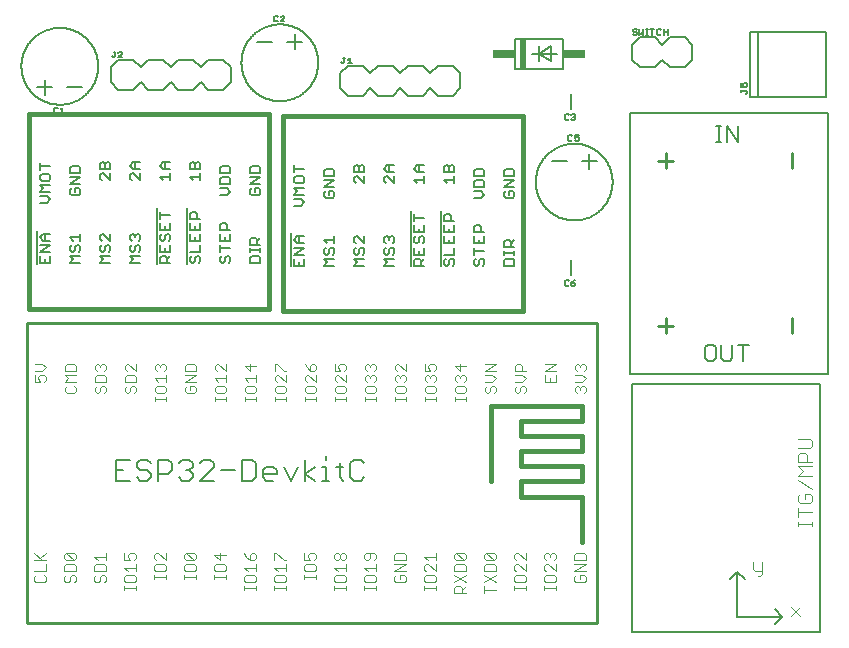
<source format=gto>
G04 EAGLE Gerber RS-274X export*
G75*
%MOMM*%
%FSLAX34Y34*%
%LPD*%
%INTop Silkscreen*%
%IPPOS*%
%AMOC8*
5,1,8,0,0,1.08239X$1,22.5*%
G01*
%ADD10C,0.203200*%
%ADD11C,0.127000*%
%ADD12C,0.406400*%
%ADD13C,0.076200*%
%ADD14C,0.152400*%
%ADD15C,0.254000*%
%ADD16C,0.101600*%
%ADD17R,0.508000X2.540000*%
%ADD18R,1.905000X0.762000*%


D10*
X377650Y514600D02*
X390350Y514600D01*
X396700Y508250D01*
X396700Y495550D02*
X390350Y489200D01*
X352250Y514600D02*
X345900Y508250D01*
X352250Y514600D02*
X364950Y514600D01*
X371300Y508250D01*
X371300Y495550D02*
X364950Y489200D01*
X352250Y489200D01*
X345900Y495550D01*
X371300Y508250D02*
X377650Y514600D01*
X371300Y495550D02*
X377650Y489200D01*
X390350Y489200D01*
X314150Y514600D02*
X301450Y514600D01*
X314150Y514600D02*
X320500Y508250D01*
X320500Y495550D02*
X314150Y489200D01*
X320500Y508250D02*
X326850Y514600D01*
X339550Y514600D01*
X345900Y508250D01*
X345900Y495550D02*
X339550Y489200D01*
X326850Y489200D01*
X320500Y495550D01*
X295100Y495550D02*
X295100Y508250D01*
X301450Y514600D01*
X295100Y495550D02*
X301450Y489200D01*
X314150Y489200D01*
X396700Y495550D02*
X396700Y508250D01*
D11*
X296540Y516505D02*
X295735Y517310D01*
X296540Y516505D02*
X297345Y516505D01*
X298150Y517310D01*
X298150Y521335D01*
X297345Y521335D02*
X298955Y521335D01*
X301348Y519725D02*
X302958Y521335D01*
X302958Y516505D01*
X301348Y516505D02*
X304568Y516505D01*
D10*
X196050Y519600D02*
X183350Y519600D01*
X196050Y519600D02*
X202400Y513250D01*
X202400Y500550D02*
X196050Y494200D01*
X157950Y519600D02*
X151600Y513250D01*
X157950Y519600D02*
X170650Y519600D01*
X177000Y513250D01*
X177000Y500550D02*
X170650Y494200D01*
X157950Y494200D01*
X151600Y500550D01*
X177000Y513250D02*
X183350Y519600D01*
X177000Y500550D02*
X183350Y494200D01*
X196050Y494200D01*
X119850Y519600D02*
X107150Y519600D01*
X119850Y519600D02*
X126200Y513250D01*
X126200Y500550D02*
X119850Y494200D01*
X126200Y513250D02*
X132550Y519600D01*
X145250Y519600D01*
X151600Y513250D01*
X151600Y500550D02*
X145250Y494200D01*
X132550Y494200D01*
X126200Y500550D01*
X100800Y500550D02*
X100800Y513250D01*
X107150Y519600D01*
X100800Y500550D02*
X107150Y494200D01*
X119850Y494200D01*
X202400Y500550D02*
X202400Y513250D01*
D11*
X102240Y521505D02*
X101435Y522310D01*
X102240Y521505D02*
X103045Y521505D01*
X103850Y522310D01*
X103850Y526335D01*
X103045Y526335D02*
X104655Y526335D01*
X107048Y521505D02*
X110268Y521505D01*
X107048Y521505D02*
X110268Y524725D01*
X110268Y525530D01*
X109463Y526335D01*
X107853Y526335D01*
X107048Y525530D01*
D12*
X246200Y471650D02*
X246200Y306550D01*
X246200Y471650D02*
X449400Y471650D01*
X449400Y306550D01*
X246200Y306550D01*
D11*
X281117Y345285D02*
X290015Y345285D01*
X284083Y348251D02*
X281117Y345285D01*
X284083Y348251D02*
X281117Y351217D01*
X290015Y351217D01*
X281117Y359089D02*
X282600Y360572D01*
X281117Y359089D02*
X281117Y356123D01*
X282600Y354640D01*
X284083Y354640D01*
X285566Y356123D01*
X285566Y359089D01*
X287049Y360572D01*
X288532Y360572D01*
X290015Y359089D01*
X290015Y356123D01*
X288532Y354640D01*
X284083Y363995D02*
X281117Y366961D01*
X290015Y366961D01*
X290015Y363995D02*
X290015Y369927D01*
X306517Y345285D02*
X315415Y345285D01*
X309483Y348251D02*
X306517Y345285D01*
X309483Y348251D02*
X306517Y351217D01*
X315415Y351217D01*
X306517Y359089D02*
X308000Y360572D01*
X306517Y359089D02*
X306517Y356123D01*
X308000Y354640D01*
X309483Y354640D01*
X310966Y356123D01*
X310966Y359089D01*
X312449Y360572D01*
X313932Y360572D01*
X315415Y359089D01*
X315415Y356123D01*
X313932Y354640D01*
X315415Y363995D02*
X315415Y369927D01*
X315415Y363995D02*
X309483Y369927D01*
X308000Y369927D01*
X306517Y368444D01*
X306517Y365478D01*
X308000Y363995D01*
X331917Y345285D02*
X340815Y345285D01*
X334883Y348251D02*
X331917Y345285D01*
X334883Y348251D02*
X331917Y351217D01*
X340815Y351217D01*
X331917Y359089D02*
X333400Y360572D01*
X331917Y359089D02*
X331917Y356123D01*
X333400Y354640D01*
X334883Y354640D01*
X336366Y356123D01*
X336366Y359089D01*
X337849Y360572D01*
X339332Y360572D01*
X340815Y359089D01*
X340815Y356123D01*
X339332Y354640D01*
X333400Y363995D02*
X331917Y365478D01*
X331917Y368444D01*
X333400Y369927D01*
X334883Y369927D01*
X336366Y368444D01*
X336366Y366961D01*
X336366Y368444D02*
X337849Y369927D01*
X339332Y369927D01*
X340815Y368444D01*
X340815Y365478D01*
X339332Y363995D01*
X354785Y344650D02*
X354785Y391426D01*
X357317Y345285D02*
X366215Y345285D01*
X357317Y345285D02*
X357317Y349734D01*
X358800Y351217D01*
X361766Y351217D01*
X363249Y349734D01*
X363249Y345285D01*
X363249Y348251D02*
X366215Y351217D01*
X357317Y354640D02*
X357317Y360572D01*
X357317Y354640D02*
X366215Y354640D01*
X366215Y360572D01*
X361766Y357606D02*
X361766Y354640D01*
X357317Y368444D02*
X358800Y369927D01*
X357317Y368444D02*
X357317Y365478D01*
X358800Y363995D01*
X360283Y363995D01*
X361766Y365478D01*
X361766Y368444D01*
X363249Y369927D01*
X364732Y369927D01*
X366215Y368444D01*
X366215Y365478D01*
X364732Y363995D01*
X357317Y373351D02*
X357317Y379282D01*
X357317Y373351D02*
X366215Y373351D01*
X366215Y379282D01*
X361766Y376316D02*
X361766Y373351D01*
X366215Y385672D02*
X357317Y385672D01*
X357317Y388637D02*
X357317Y382706D01*
X380185Y391426D02*
X380185Y344650D01*
X382717Y349734D02*
X384200Y351217D01*
X382717Y349734D02*
X382717Y346768D01*
X384200Y345285D01*
X385683Y345285D01*
X387166Y346768D01*
X387166Y349734D01*
X388649Y351217D01*
X390132Y351217D01*
X391615Y349734D01*
X391615Y346768D01*
X390132Y345285D01*
X391615Y354640D02*
X382717Y354640D01*
X391615Y354640D02*
X391615Y360572D01*
X382717Y363995D02*
X382717Y369927D01*
X382717Y363995D02*
X391615Y363995D01*
X391615Y369927D01*
X387166Y366961D02*
X387166Y363995D01*
X382717Y373351D02*
X382717Y379282D01*
X382717Y373351D02*
X391615Y373351D01*
X391615Y379282D01*
X387166Y376316D02*
X387166Y373351D01*
X391615Y382706D02*
X382717Y382706D01*
X382717Y387155D01*
X384200Y388637D01*
X387166Y388637D01*
X388649Y387155D01*
X388649Y382706D01*
X409600Y351217D02*
X408117Y349734D01*
X408117Y346768D01*
X409600Y345285D01*
X411083Y345285D01*
X412566Y346768D01*
X412566Y349734D01*
X414049Y351217D01*
X415532Y351217D01*
X417015Y349734D01*
X417015Y346768D01*
X415532Y345285D01*
X417015Y357606D02*
X408117Y357606D01*
X408117Y354640D02*
X408117Y360572D01*
X408117Y363995D02*
X408117Y369927D01*
X408117Y363995D02*
X417015Y363995D01*
X417015Y369927D01*
X412566Y366961D02*
X412566Y363995D01*
X417015Y373351D02*
X408117Y373351D01*
X408117Y377799D01*
X409600Y379282D01*
X412566Y379282D01*
X414049Y377799D01*
X414049Y373351D01*
X433517Y345285D02*
X442415Y345285D01*
X442415Y349734D01*
X440932Y351217D01*
X435000Y351217D01*
X433517Y349734D01*
X433517Y345285D01*
X442415Y354640D02*
X442415Y357606D01*
X442415Y356123D02*
X433517Y356123D01*
X433517Y354640D02*
X433517Y357606D01*
X433517Y360877D02*
X442415Y360877D01*
X433517Y360877D02*
X433517Y365326D01*
X435000Y366809D01*
X437966Y366809D01*
X439449Y365326D01*
X439449Y360877D01*
X439449Y363843D02*
X442415Y366809D01*
X253185Y372716D02*
X253185Y344650D01*
X255717Y345285D02*
X255717Y351217D01*
X255717Y345285D02*
X264615Y345285D01*
X264615Y351217D01*
X260166Y348251D02*
X260166Y345285D01*
X264615Y354640D02*
X255717Y354640D01*
X264615Y360572D01*
X255717Y360572D01*
X258683Y363995D02*
X264615Y363995D01*
X258683Y363995D02*
X255717Y366961D01*
X258683Y369927D01*
X264615Y369927D01*
X260166Y369927D02*
X260166Y363995D01*
X261649Y396085D02*
X255717Y396085D01*
X261649Y396085D02*
X264615Y399051D01*
X261649Y402017D01*
X255717Y402017D01*
X255717Y405440D02*
X264615Y405440D01*
X258683Y408406D02*
X255717Y405440D01*
X258683Y408406D02*
X255717Y411372D01*
X264615Y411372D01*
X255717Y416278D02*
X255717Y419244D01*
X255717Y416278D02*
X257200Y414795D01*
X263132Y414795D01*
X264615Y416278D01*
X264615Y419244D01*
X263132Y420727D01*
X257200Y420727D01*
X255717Y419244D01*
X255717Y427116D02*
X264615Y427116D01*
X255717Y424151D02*
X255717Y430082D01*
X281117Y406884D02*
X282600Y408367D01*
X281117Y406884D02*
X281117Y403918D01*
X282600Y402435D01*
X288532Y402435D01*
X290015Y403918D01*
X290015Y406884D01*
X288532Y408367D01*
X285566Y408367D01*
X285566Y405401D01*
X290015Y411790D02*
X281117Y411790D01*
X290015Y417722D01*
X281117Y417722D01*
X281117Y421145D02*
X290015Y421145D01*
X290015Y425594D01*
X288532Y427077D01*
X282600Y427077D01*
X281117Y425594D01*
X281117Y421145D01*
X433517Y406884D02*
X435000Y408367D01*
X433517Y406884D02*
X433517Y403918D01*
X435000Y402435D01*
X440932Y402435D01*
X442415Y403918D01*
X442415Y406884D01*
X440932Y408367D01*
X437966Y408367D01*
X437966Y405401D01*
X442415Y411790D02*
X433517Y411790D01*
X442415Y417722D01*
X433517Y417722D01*
X433517Y421145D02*
X442415Y421145D01*
X442415Y425594D01*
X440932Y427077D01*
X435000Y427077D01*
X433517Y425594D01*
X433517Y421145D01*
X414049Y402435D02*
X408117Y402435D01*
X414049Y402435D02*
X417015Y405401D01*
X414049Y408367D01*
X408117Y408367D01*
X408117Y411790D02*
X417015Y411790D01*
X417015Y416239D01*
X415532Y417722D01*
X409600Y417722D01*
X408117Y416239D01*
X408117Y411790D01*
X408117Y421145D02*
X417015Y421145D01*
X417015Y425594D01*
X415532Y427077D01*
X409600Y427077D01*
X408117Y425594D01*
X408117Y421145D01*
X340815Y421067D02*
X340815Y415135D01*
X334883Y421067D01*
X333400Y421067D01*
X331917Y419584D01*
X331917Y416618D01*
X333400Y415135D01*
X334883Y424490D02*
X340815Y424490D01*
X334883Y424490D02*
X331917Y427456D01*
X334883Y430422D01*
X340815Y430422D01*
X336366Y430422D02*
X336366Y424490D01*
X357317Y418101D02*
X360283Y415135D01*
X357317Y418101D02*
X366215Y418101D01*
X366215Y415135D02*
X366215Y421067D01*
X366215Y424490D02*
X360283Y424490D01*
X357317Y427456D01*
X360283Y430422D01*
X366215Y430422D01*
X361766Y430422D02*
X361766Y424490D01*
X382717Y418101D02*
X385683Y415135D01*
X382717Y418101D02*
X391615Y418101D01*
X391615Y415135D02*
X391615Y421067D01*
X391615Y424490D02*
X382717Y424490D01*
X382717Y428939D01*
X384200Y430422D01*
X385683Y430422D01*
X387166Y428939D01*
X388649Y430422D01*
X390132Y430422D01*
X391615Y428939D01*
X391615Y424490D01*
X387166Y424490D02*
X387166Y428939D01*
X315415Y421067D02*
X315415Y415135D01*
X309483Y421067D01*
X308000Y421067D01*
X306517Y419584D01*
X306517Y416618D01*
X308000Y415135D01*
X306517Y424490D02*
X315415Y424490D01*
X306517Y424490D02*
X306517Y428939D01*
X308000Y430422D01*
X309483Y430422D01*
X310966Y428939D01*
X312449Y430422D01*
X313932Y430422D01*
X315415Y428939D01*
X315415Y424490D01*
X310966Y424490D02*
X310966Y428939D01*
D12*
X31200Y473850D02*
X31200Y308750D01*
X31200Y473850D02*
X234400Y473850D01*
X234400Y308750D01*
X31200Y308750D01*
D11*
X66117Y347485D02*
X75015Y347485D01*
X69083Y350451D02*
X66117Y347485D01*
X69083Y350451D02*
X66117Y353417D01*
X75015Y353417D01*
X66117Y361289D02*
X67600Y362772D01*
X66117Y361289D02*
X66117Y358323D01*
X67600Y356840D01*
X69083Y356840D01*
X70566Y358323D01*
X70566Y361289D01*
X72049Y362772D01*
X73532Y362772D01*
X75015Y361289D01*
X75015Y358323D01*
X73532Y356840D01*
X69083Y366195D02*
X66117Y369161D01*
X75015Y369161D01*
X75015Y366195D02*
X75015Y372127D01*
X91517Y347485D02*
X100415Y347485D01*
X94483Y350451D02*
X91517Y347485D01*
X94483Y350451D02*
X91517Y353417D01*
X100415Y353417D01*
X91517Y361289D02*
X93000Y362772D01*
X91517Y361289D02*
X91517Y358323D01*
X93000Y356840D01*
X94483Y356840D01*
X95966Y358323D01*
X95966Y361289D01*
X97449Y362772D01*
X98932Y362772D01*
X100415Y361289D01*
X100415Y358323D01*
X98932Y356840D01*
X100415Y366195D02*
X100415Y372127D01*
X100415Y366195D02*
X94483Y372127D01*
X93000Y372127D01*
X91517Y370644D01*
X91517Y367678D01*
X93000Y366195D01*
X116917Y347485D02*
X125815Y347485D01*
X119883Y350451D02*
X116917Y347485D01*
X119883Y350451D02*
X116917Y353417D01*
X125815Y353417D01*
X116917Y361289D02*
X118400Y362772D01*
X116917Y361289D02*
X116917Y358323D01*
X118400Y356840D01*
X119883Y356840D01*
X121366Y358323D01*
X121366Y361289D01*
X122849Y362772D01*
X124332Y362772D01*
X125815Y361289D01*
X125815Y358323D01*
X124332Y356840D01*
X118400Y366195D02*
X116917Y367678D01*
X116917Y370644D01*
X118400Y372127D01*
X119883Y372127D01*
X121366Y370644D01*
X121366Y369161D01*
X121366Y370644D02*
X122849Y372127D01*
X124332Y372127D01*
X125815Y370644D01*
X125815Y367678D01*
X124332Y366195D01*
X139785Y346850D02*
X139785Y393626D01*
X142317Y347485D02*
X151215Y347485D01*
X142317Y347485D02*
X142317Y351934D01*
X143800Y353417D01*
X146766Y353417D01*
X148249Y351934D01*
X148249Y347485D01*
X148249Y350451D02*
X151215Y353417D01*
X142317Y356840D02*
X142317Y362772D01*
X142317Y356840D02*
X151215Y356840D01*
X151215Y362772D01*
X146766Y359806D02*
X146766Y356840D01*
X142317Y370644D02*
X143800Y372127D01*
X142317Y370644D02*
X142317Y367678D01*
X143800Y366195D01*
X145283Y366195D01*
X146766Y367678D01*
X146766Y370644D01*
X148249Y372127D01*
X149732Y372127D01*
X151215Y370644D01*
X151215Y367678D01*
X149732Y366195D01*
X142317Y375551D02*
X142317Y381482D01*
X142317Y375551D02*
X151215Y375551D01*
X151215Y381482D01*
X146766Y378516D02*
X146766Y375551D01*
X151215Y387872D02*
X142317Y387872D01*
X142317Y390837D02*
X142317Y384906D01*
X165185Y393626D02*
X165185Y346850D01*
X167717Y351934D02*
X169200Y353417D01*
X167717Y351934D02*
X167717Y348968D01*
X169200Y347485D01*
X170683Y347485D01*
X172166Y348968D01*
X172166Y351934D01*
X173649Y353417D01*
X175132Y353417D01*
X176615Y351934D01*
X176615Y348968D01*
X175132Y347485D01*
X176615Y356840D02*
X167717Y356840D01*
X176615Y356840D02*
X176615Y362772D01*
X167717Y366195D02*
X167717Y372127D01*
X167717Y366195D02*
X176615Y366195D01*
X176615Y372127D01*
X172166Y369161D02*
X172166Y366195D01*
X167717Y375551D02*
X167717Y381482D01*
X167717Y375551D02*
X176615Y375551D01*
X176615Y381482D01*
X172166Y378516D02*
X172166Y375551D01*
X176615Y384906D02*
X167717Y384906D01*
X167717Y389355D01*
X169200Y390837D01*
X172166Y390837D01*
X173649Y389355D01*
X173649Y384906D01*
X194600Y353417D02*
X193117Y351934D01*
X193117Y348968D01*
X194600Y347485D01*
X196083Y347485D01*
X197566Y348968D01*
X197566Y351934D01*
X199049Y353417D01*
X200532Y353417D01*
X202015Y351934D01*
X202015Y348968D01*
X200532Y347485D01*
X202015Y359806D02*
X193117Y359806D01*
X193117Y356840D02*
X193117Y362772D01*
X193117Y366195D02*
X193117Y372127D01*
X193117Y366195D02*
X202015Y366195D01*
X202015Y372127D01*
X197566Y369161D02*
X197566Y366195D01*
X202015Y375551D02*
X193117Y375551D01*
X193117Y379999D01*
X194600Y381482D01*
X197566Y381482D01*
X199049Y379999D01*
X199049Y375551D01*
X218517Y347485D02*
X227415Y347485D01*
X227415Y351934D01*
X225932Y353417D01*
X220000Y353417D01*
X218517Y351934D01*
X218517Y347485D01*
X227415Y356840D02*
X227415Y359806D01*
X227415Y358323D02*
X218517Y358323D01*
X218517Y356840D02*
X218517Y359806D01*
X218517Y363077D02*
X227415Y363077D01*
X218517Y363077D02*
X218517Y367526D01*
X220000Y369009D01*
X222966Y369009D01*
X224449Y367526D01*
X224449Y363077D01*
X224449Y366043D02*
X227415Y369009D01*
X38185Y374916D02*
X38185Y346850D01*
X40717Y347485D02*
X40717Y353417D01*
X40717Y347485D02*
X49615Y347485D01*
X49615Y353417D01*
X45166Y350451D02*
X45166Y347485D01*
X49615Y356840D02*
X40717Y356840D01*
X49615Y362772D01*
X40717Y362772D01*
X43683Y366195D02*
X49615Y366195D01*
X43683Y366195D02*
X40717Y369161D01*
X43683Y372127D01*
X49615Y372127D01*
X45166Y372127D02*
X45166Y366195D01*
X46649Y398285D02*
X40717Y398285D01*
X46649Y398285D02*
X49615Y401251D01*
X46649Y404217D01*
X40717Y404217D01*
X40717Y407640D02*
X49615Y407640D01*
X43683Y410606D02*
X40717Y407640D01*
X43683Y410606D02*
X40717Y413572D01*
X49615Y413572D01*
X40717Y418478D02*
X40717Y421444D01*
X40717Y418478D02*
X42200Y416995D01*
X48132Y416995D01*
X49615Y418478D01*
X49615Y421444D01*
X48132Y422927D01*
X42200Y422927D01*
X40717Y421444D01*
X40717Y429316D02*
X49615Y429316D01*
X40717Y426351D02*
X40717Y432282D01*
X66117Y409084D02*
X67600Y410567D01*
X66117Y409084D02*
X66117Y406118D01*
X67600Y404635D01*
X73532Y404635D01*
X75015Y406118D01*
X75015Y409084D01*
X73532Y410567D01*
X70566Y410567D01*
X70566Y407601D01*
X75015Y413990D02*
X66117Y413990D01*
X75015Y419922D01*
X66117Y419922D01*
X66117Y423345D02*
X75015Y423345D01*
X75015Y427794D01*
X73532Y429277D01*
X67600Y429277D01*
X66117Y427794D01*
X66117Y423345D01*
X218517Y409084D02*
X220000Y410567D01*
X218517Y409084D02*
X218517Y406118D01*
X220000Y404635D01*
X225932Y404635D01*
X227415Y406118D01*
X227415Y409084D01*
X225932Y410567D01*
X222966Y410567D01*
X222966Y407601D01*
X227415Y413990D02*
X218517Y413990D01*
X227415Y419922D01*
X218517Y419922D01*
X218517Y423345D02*
X227415Y423345D01*
X227415Y427794D01*
X225932Y429277D01*
X220000Y429277D01*
X218517Y427794D01*
X218517Y423345D01*
X199049Y404635D02*
X193117Y404635D01*
X199049Y404635D02*
X202015Y407601D01*
X199049Y410567D01*
X193117Y410567D01*
X193117Y413990D02*
X202015Y413990D01*
X202015Y418439D01*
X200532Y419922D01*
X194600Y419922D01*
X193117Y418439D01*
X193117Y413990D01*
X193117Y423345D02*
X202015Y423345D01*
X202015Y427794D01*
X200532Y429277D01*
X194600Y429277D01*
X193117Y427794D01*
X193117Y423345D01*
X125815Y423267D02*
X125815Y417335D01*
X119883Y423267D01*
X118400Y423267D01*
X116917Y421784D01*
X116917Y418818D01*
X118400Y417335D01*
X119883Y426690D02*
X125815Y426690D01*
X119883Y426690D02*
X116917Y429656D01*
X119883Y432622D01*
X125815Y432622D01*
X121366Y432622D02*
X121366Y426690D01*
X142317Y420301D02*
X145283Y417335D01*
X142317Y420301D02*
X151215Y420301D01*
X151215Y417335D02*
X151215Y423267D01*
X151215Y426690D02*
X145283Y426690D01*
X142317Y429656D01*
X145283Y432622D01*
X151215Y432622D01*
X146766Y432622D02*
X146766Y426690D01*
X167717Y420301D02*
X170683Y417335D01*
X167717Y420301D02*
X176615Y420301D01*
X176615Y417335D02*
X176615Y423267D01*
X176615Y426690D02*
X167717Y426690D01*
X167717Y431139D01*
X169200Y432622D01*
X170683Y432622D01*
X172166Y431139D01*
X173649Y432622D01*
X175132Y432622D01*
X176615Y431139D01*
X176615Y426690D01*
X172166Y426690D02*
X172166Y431139D01*
X100415Y423267D02*
X100415Y417335D01*
X94483Y423267D01*
X93000Y423267D01*
X91517Y421784D01*
X91517Y418818D01*
X93000Y417335D01*
X91517Y426690D02*
X100415Y426690D01*
X91517Y426690D02*
X91517Y431139D01*
X93000Y432622D01*
X94483Y432622D01*
X95966Y431139D01*
X97449Y432622D01*
X98932Y432622D01*
X100415Y431139D01*
X100415Y426690D01*
X95966Y426690D02*
X95966Y431139D01*
D12*
X499500Y149700D02*
X499500Y111300D01*
X499500Y149700D02*
X448300Y149700D01*
X448300Y162500D01*
X499500Y162500D01*
X499500Y175300D01*
X448300Y175300D01*
X448300Y188100D01*
X499500Y188100D01*
X499500Y200900D01*
X448300Y200900D01*
X448300Y213700D01*
X499500Y213700D01*
X499500Y226500D01*
X422700Y226500D01*
X422700Y162500D01*
D13*
X495041Y237215D02*
X493473Y238783D01*
X493473Y241918D01*
X495041Y243486D01*
X496608Y243486D01*
X498176Y241918D01*
X498176Y240351D01*
X498176Y241918D02*
X499744Y243486D01*
X501311Y243486D01*
X502879Y241918D01*
X502879Y238783D01*
X501311Y237215D01*
X499744Y246571D02*
X493473Y246571D01*
X499744Y246571D02*
X502879Y249706D01*
X499744Y252841D01*
X493473Y252841D01*
X495041Y255926D02*
X493473Y257493D01*
X493473Y260629D01*
X495041Y262197D01*
X496608Y262197D01*
X498176Y260629D01*
X498176Y259061D01*
X498176Y260629D02*
X499744Y262197D01*
X501311Y262197D01*
X502879Y260629D01*
X502879Y257493D01*
X501311Y255926D01*
X468073Y252841D02*
X468073Y246571D01*
X477479Y246571D01*
X477479Y252841D01*
X472776Y249706D02*
X472776Y246571D01*
X477479Y255926D02*
X468073Y255926D01*
X477479Y262197D01*
X468073Y262197D01*
X444241Y243486D02*
X442673Y241918D01*
X442673Y238783D01*
X444241Y237215D01*
X445808Y237215D01*
X447376Y238783D01*
X447376Y241918D01*
X448944Y243486D01*
X450511Y243486D01*
X452079Y241918D01*
X452079Y238783D01*
X450511Y237215D01*
X448944Y246571D02*
X442673Y246571D01*
X448944Y246571D02*
X452079Y249706D01*
X448944Y252841D01*
X442673Y252841D01*
X442673Y255926D02*
X452079Y255926D01*
X442673Y255926D02*
X442673Y260629D01*
X444241Y262197D01*
X447376Y262197D01*
X448944Y260629D01*
X448944Y255926D01*
X418841Y243486D02*
X417273Y241918D01*
X417273Y238783D01*
X418841Y237215D01*
X420408Y237215D01*
X421976Y238783D01*
X421976Y241918D01*
X423544Y243486D01*
X425111Y243486D01*
X426679Y241918D01*
X426679Y238783D01*
X425111Y237215D01*
X423544Y246571D02*
X417273Y246571D01*
X423544Y246571D02*
X426679Y249706D01*
X423544Y252841D01*
X417273Y252841D01*
X417273Y255926D02*
X426679Y255926D01*
X426679Y262197D02*
X417273Y255926D01*
X417273Y262197D02*
X426679Y262197D01*
X401279Y234114D02*
X401279Y230979D01*
X401279Y232546D02*
X391873Y232546D01*
X391873Y230979D02*
X391873Y234114D01*
X391873Y238783D02*
X391873Y241918D01*
X391873Y238783D02*
X393441Y237215D01*
X399711Y237215D01*
X401279Y238783D01*
X401279Y241918D01*
X399711Y243486D01*
X393441Y243486D01*
X391873Y241918D01*
X393441Y246571D02*
X391873Y248138D01*
X391873Y251274D01*
X393441Y252841D01*
X395008Y252841D01*
X396576Y251274D01*
X396576Y249706D01*
X396576Y251274D02*
X398144Y252841D01*
X399711Y252841D01*
X401279Y251274D01*
X401279Y248138D01*
X399711Y246571D01*
X401279Y260629D02*
X391873Y260629D01*
X396576Y255926D01*
X396576Y262196D01*
X375879Y234114D02*
X375879Y230979D01*
X375879Y232546D02*
X366473Y232546D01*
X366473Y230979D02*
X366473Y234114D01*
X366473Y238783D02*
X366473Y241918D01*
X366473Y238783D02*
X368041Y237215D01*
X374311Y237215D01*
X375879Y238783D01*
X375879Y241918D01*
X374311Y243486D01*
X368041Y243486D01*
X366473Y241918D01*
X368041Y246571D02*
X366473Y248138D01*
X366473Y251274D01*
X368041Y252841D01*
X369608Y252841D01*
X371176Y251274D01*
X371176Y249706D01*
X371176Y251274D02*
X372744Y252841D01*
X374311Y252841D01*
X375879Y251274D01*
X375879Y248138D01*
X374311Y246571D01*
X366473Y255926D02*
X366473Y262196D01*
X366473Y255926D02*
X371176Y255926D01*
X369608Y259061D01*
X369608Y260629D01*
X371176Y262196D01*
X374311Y262196D01*
X375879Y260629D01*
X375879Y257493D01*
X374311Y255926D01*
X350479Y234114D02*
X350479Y230979D01*
X350479Y232546D02*
X341073Y232546D01*
X341073Y230979D02*
X341073Y234114D01*
X341073Y238783D02*
X341073Y241918D01*
X341073Y238783D02*
X342641Y237215D01*
X348911Y237215D01*
X350479Y238783D01*
X350479Y241918D01*
X348911Y243486D01*
X342641Y243486D01*
X341073Y241918D01*
X342641Y246571D02*
X341073Y248138D01*
X341073Y251274D01*
X342641Y252841D01*
X344208Y252841D01*
X345776Y251274D01*
X345776Y249706D01*
X345776Y251274D02*
X347344Y252841D01*
X348911Y252841D01*
X350479Y251274D01*
X350479Y248138D01*
X348911Y246571D01*
X350479Y255926D02*
X350479Y262196D01*
X350479Y255926D02*
X344208Y262196D01*
X342641Y262196D01*
X341073Y260629D01*
X341073Y257493D01*
X342641Y255926D01*
X325079Y234114D02*
X325079Y230979D01*
X325079Y232546D02*
X315673Y232546D01*
X315673Y230979D02*
X315673Y234114D01*
X315673Y238783D02*
X315673Y241918D01*
X315673Y238783D02*
X317241Y237215D01*
X323511Y237215D01*
X325079Y238783D01*
X325079Y241918D01*
X323511Y243486D01*
X317241Y243486D01*
X315673Y241918D01*
X317241Y246571D02*
X315673Y248138D01*
X315673Y251274D01*
X317241Y252841D01*
X318808Y252841D01*
X320376Y251274D01*
X320376Y249706D01*
X320376Y251274D02*
X321944Y252841D01*
X323511Y252841D01*
X325079Y251274D01*
X325079Y248138D01*
X323511Y246571D01*
X317241Y255926D02*
X315673Y257493D01*
X315673Y260629D01*
X317241Y262196D01*
X318808Y262196D01*
X320376Y260629D01*
X320376Y259061D01*
X320376Y260629D02*
X321944Y262196D01*
X323511Y262196D01*
X325079Y260629D01*
X325079Y257493D01*
X323511Y255926D01*
X299679Y234114D02*
X299679Y230979D01*
X299679Y232546D02*
X290273Y232546D01*
X290273Y230979D02*
X290273Y234114D01*
X290273Y238783D02*
X290273Y241918D01*
X290273Y238783D02*
X291841Y237215D01*
X298111Y237215D01*
X299679Y238783D01*
X299679Y241918D01*
X298111Y243486D01*
X291841Y243486D01*
X290273Y241918D01*
X299679Y246571D02*
X299679Y252841D01*
X299679Y246571D02*
X293408Y252841D01*
X291841Y252841D01*
X290273Y251274D01*
X290273Y248138D01*
X291841Y246571D01*
X290273Y255926D02*
X290273Y262196D01*
X290273Y255926D02*
X294976Y255926D01*
X293408Y259061D01*
X293408Y260629D01*
X294976Y262196D01*
X298111Y262196D01*
X299679Y260629D01*
X299679Y257493D01*
X298111Y255926D01*
X274279Y234114D02*
X274279Y230979D01*
X274279Y232546D02*
X264873Y232546D01*
X264873Y230979D02*
X264873Y234114D01*
X264873Y238783D02*
X264873Y241918D01*
X264873Y238783D02*
X266441Y237215D01*
X272711Y237215D01*
X274279Y238783D01*
X274279Y241918D01*
X272711Y243486D01*
X266441Y243486D01*
X264873Y241918D01*
X274279Y246571D02*
X274279Y252841D01*
X274279Y246571D02*
X268008Y252841D01*
X266441Y252841D01*
X264873Y251274D01*
X264873Y248138D01*
X266441Y246571D01*
X266441Y259061D02*
X264873Y262196D01*
X266441Y259061D02*
X269576Y255926D01*
X272711Y255926D01*
X274279Y257493D01*
X274279Y260629D01*
X272711Y262196D01*
X271144Y262196D01*
X269576Y260629D01*
X269576Y255926D01*
X248879Y234114D02*
X248879Y230979D01*
X248879Y232546D02*
X239473Y232546D01*
X239473Y230979D02*
X239473Y234114D01*
X239473Y238783D02*
X239473Y241918D01*
X239473Y238783D02*
X241041Y237215D01*
X247311Y237215D01*
X248879Y238783D01*
X248879Y241918D01*
X247311Y243486D01*
X241041Y243486D01*
X239473Y241918D01*
X248879Y246571D02*
X248879Y252841D01*
X248879Y246571D02*
X242608Y252841D01*
X241041Y252841D01*
X239473Y251274D01*
X239473Y248138D01*
X241041Y246571D01*
X239473Y255926D02*
X239473Y262196D01*
X241041Y262196D01*
X247311Y255926D01*
X248879Y255926D01*
X223479Y234114D02*
X223479Y230979D01*
X223479Y232546D02*
X214073Y232546D01*
X214073Y230979D02*
X214073Y234114D01*
X214073Y238783D02*
X214073Y241918D01*
X214073Y238783D02*
X215641Y237215D01*
X221911Y237215D01*
X223479Y238783D01*
X223479Y241918D01*
X221911Y243486D01*
X215641Y243486D01*
X214073Y241918D01*
X217208Y246571D02*
X214073Y249706D01*
X223479Y249706D01*
X223479Y246571D02*
X223479Y252841D01*
X223479Y260629D02*
X214073Y260629D01*
X218776Y255926D01*
X218776Y262196D01*
X198079Y234114D02*
X198079Y230979D01*
X198079Y232546D02*
X188673Y232546D01*
X188673Y230979D02*
X188673Y234114D01*
X188673Y238783D02*
X188673Y241918D01*
X188673Y238783D02*
X190241Y237215D01*
X196511Y237215D01*
X198079Y238783D01*
X198079Y241918D01*
X196511Y243486D01*
X190241Y243486D01*
X188673Y241918D01*
X191808Y246571D02*
X188673Y249706D01*
X198079Y249706D01*
X198079Y246571D02*
X198079Y252841D01*
X198079Y255926D02*
X198079Y262196D01*
X198079Y255926D02*
X191808Y262196D01*
X190241Y262196D01*
X188673Y260629D01*
X188673Y257493D01*
X190241Y255926D01*
X164841Y243486D02*
X163273Y241918D01*
X163273Y238783D01*
X164841Y237215D01*
X171111Y237215D01*
X172679Y238783D01*
X172679Y241918D01*
X171111Y243486D01*
X167976Y243486D01*
X167976Y240351D01*
X172679Y246571D02*
X163273Y246571D01*
X172679Y252841D01*
X163273Y252841D01*
X163273Y255926D02*
X172679Y255926D01*
X172679Y260629D01*
X171111Y262197D01*
X164841Y262197D01*
X163273Y260629D01*
X163273Y255926D01*
X147279Y234114D02*
X147279Y230979D01*
X147279Y232546D02*
X137873Y232546D01*
X137873Y230979D02*
X137873Y234114D01*
X137873Y238783D02*
X137873Y241918D01*
X137873Y238783D02*
X139441Y237215D01*
X145711Y237215D01*
X147279Y238783D01*
X147279Y241918D01*
X145711Y243486D01*
X139441Y243486D01*
X137873Y241918D01*
X141008Y246571D02*
X137873Y249706D01*
X147279Y249706D01*
X147279Y246571D02*
X147279Y252841D01*
X139441Y255926D02*
X137873Y257493D01*
X137873Y260629D01*
X139441Y262196D01*
X141008Y262196D01*
X142576Y260629D01*
X142576Y259061D01*
X142576Y260629D02*
X144144Y262196D01*
X145711Y262196D01*
X147279Y260629D01*
X147279Y257493D01*
X145711Y255926D01*
X114041Y243486D02*
X112473Y241918D01*
X112473Y238783D01*
X114041Y237215D01*
X115608Y237215D01*
X117176Y238783D01*
X117176Y241918D01*
X118744Y243486D01*
X120311Y243486D01*
X121879Y241918D01*
X121879Y238783D01*
X120311Y237215D01*
X121879Y246571D02*
X112473Y246571D01*
X121879Y246571D02*
X121879Y251274D01*
X120311Y252841D01*
X114041Y252841D01*
X112473Y251274D01*
X112473Y246571D01*
X121879Y255926D02*
X121879Y262197D01*
X121879Y255926D02*
X115608Y262197D01*
X114041Y262197D01*
X112473Y260629D01*
X112473Y257493D01*
X114041Y255926D01*
X88641Y243486D02*
X87073Y241918D01*
X87073Y238783D01*
X88641Y237215D01*
X90208Y237215D01*
X91776Y238783D01*
X91776Y241918D01*
X93344Y243486D01*
X94911Y243486D01*
X96479Y241918D01*
X96479Y238783D01*
X94911Y237215D01*
X96479Y246571D02*
X87073Y246571D01*
X96479Y246571D02*
X96479Y251274D01*
X94911Y252841D01*
X88641Y252841D01*
X87073Y251274D01*
X87073Y246571D01*
X88641Y255926D02*
X87073Y257493D01*
X87073Y260629D01*
X88641Y262197D01*
X90208Y262197D01*
X91776Y260629D01*
X91776Y259061D01*
X91776Y260629D02*
X93344Y262197D01*
X94911Y262197D01*
X96479Y260629D01*
X96479Y257493D01*
X94911Y255926D01*
X63241Y243486D02*
X61673Y241918D01*
X61673Y238783D01*
X63241Y237215D01*
X69511Y237215D01*
X71079Y238783D01*
X71079Y241918D01*
X69511Y243486D01*
X71079Y246571D02*
X61673Y246571D01*
X64808Y249706D01*
X61673Y252841D01*
X71079Y252841D01*
X71079Y255926D02*
X61673Y255926D01*
X71079Y255926D02*
X71079Y260629D01*
X69511Y262197D01*
X63241Y262197D01*
X61673Y260629D01*
X61673Y255926D01*
X36273Y252841D02*
X36273Y246571D01*
X40976Y246571D01*
X39408Y249706D01*
X39408Y251274D01*
X40976Y252841D01*
X44111Y252841D01*
X45679Y251274D01*
X45679Y248138D01*
X44111Y246571D01*
X42544Y255926D02*
X36273Y255926D01*
X42544Y255926D02*
X45679Y259061D01*
X42544Y262197D01*
X36273Y262197D01*
X493273Y81718D02*
X494841Y83286D01*
X493273Y81718D02*
X493273Y78583D01*
X494841Y77015D01*
X501111Y77015D01*
X502679Y78583D01*
X502679Y81718D01*
X501111Y83286D01*
X497976Y83286D01*
X497976Y80151D01*
X502679Y86371D02*
X493273Y86371D01*
X502679Y92641D01*
X493273Y92641D01*
X493273Y95726D02*
X502679Y95726D01*
X502679Y100429D01*
X501111Y101997D01*
X494841Y101997D01*
X493273Y100429D01*
X493273Y95726D01*
X477279Y73914D02*
X477279Y70779D01*
X477279Y72346D02*
X467873Y72346D01*
X467873Y70779D02*
X467873Y73914D01*
X467873Y78583D02*
X467873Y81718D01*
X467873Y78583D02*
X469441Y77015D01*
X475711Y77015D01*
X477279Y78583D01*
X477279Y81718D01*
X475711Y83286D01*
X469441Y83286D01*
X467873Y81718D01*
X477279Y86371D02*
X477279Y92641D01*
X477279Y86371D02*
X471008Y92641D01*
X469441Y92641D01*
X467873Y91074D01*
X467873Y87938D01*
X469441Y86371D01*
X469441Y95726D02*
X467873Y97293D01*
X467873Y100429D01*
X469441Y101996D01*
X471008Y101996D01*
X472576Y100429D01*
X472576Y98861D01*
X472576Y100429D02*
X474144Y101996D01*
X475711Y101996D01*
X477279Y100429D01*
X477279Y97293D01*
X475711Y95726D01*
X451879Y73914D02*
X451879Y70779D01*
X451879Y72346D02*
X442473Y72346D01*
X442473Y70779D02*
X442473Y73914D01*
X442473Y78583D02*
X442473Y81718D01*
X442473Y78583D02*
X444041Y77015D01*
X450311Y77015D01*
X451879Y78583D01*
X451879Y81718D01*
X450311Y83286D01*
X444041Y83286D01*
X442473Y81718D01*
X451879Y86371D02*
X451879Y92641D01*
X451879Y86371D02*
X445608Y92641D01*
X444041Y92641D01*
X442473Y91074D01*
X442473Y87938D01*
X444041Y86371D01*
X451879Y95726D02*
X451879Y101996D01*
X451879Y95726D02*
X445608Y101996D01*
X444041Y101996D01*
X442473Y100429D01*
X442473Y97293D01*
X444041Y95726D01*
X426479Y70796D02*
X417073Y70796D01*
X417073Y73931D02*
X417073Y67660D01*
X417073Y77015D02*
X426479Y83286D01*
X426479Y77015D02*
X417073Y83286D01*
X417073Y86371D02*
X426479Y86371D01*
X426479Y91074D01*
X424911Y92641D01*
X418641Y92641D01*
X417073Y91074D01*
X417073Y86371D01*
X418641Y95726D02*
X424911Y95726D01*
X418641Y95726D02*
X417073Y97293D01*
X417073Y100429D01*
X418641Y101996D01*
X424911Y101996D01*
X426479Y100429D01*
X426479Y97293D01*
X424911Y95726D01*
X418641Y101996D01*
X401079Y67660D02*
X391673Y67660D01*
X391673Y72363D01*
X393241Y73931D01*
X396376Y73931D01*
X397944Y72363D01*
X397944Y67660D01*
X397944Y70796D02*
X401079Y73931D01*
X401079Y83286D02*
X391673Y77015D01*
X391673Y83286D02*
X401079Y77015D01*
X401079Y86371D02*
X391673Y86371D01*
X401079Y86371D02*
X401079Y91074D01*
X399511Y92641D01*
X393241Y92641D01*
X391673Y91074D01*
X391673Y86371D01*
X393241Y95726D02*
X399511Y95726D01*
X393241Y95726D02*
X391673Y97293D01*
X391673Y100429D01*
X393241Y101996D01*
X399511Y101996D01*
X401079Y100429D01*
X401079Y97293D01*
X399511Y95726D01*
X393241Y101996D01*
X375679Y73914D02*
X375679Y70779D01*
X375679Y72346D02*
X366273Y72346D01*
X366273Y70779D02*
X366273Y73914D01*
X366273Y78583D02*
X366273Y81718D01*
X366273Y78583D02*
X367841Y77015D01*
X374111Y77015D01*
X375679Y78583D01*
X375679Y81718D01*
X374111Y83286D01*
X367841Y83286D01*
X366273Y81718D01*
X375679Y86371D02*
X375679Y92641D01*
X375679Y86371D02*
X369408Y92641D01*
X367841Y92641D01*
X366273Y91074D01*
X366273Y87938D01*
X367841Y86371D01*
X369408Y95726D02*
X366273Y98861D01*
X375679Y98861D01*
X375679Y95726D02*
X375679Y101996D01*
X342441Y83286D02*
X340873Y81718D01*
X340873Y78583D01*
X342441Y77015D01*
X348711Y77015D01*
X350279Y78583D01*
X350279Y81718D01*
X348711Y83286D01*
X345576Y83286D01*
X345576Y80151D01*
X350279Y86371D02*
X340873Y86371D01*
X350279Y92641D01*
X340873Y92641D01*
X340873Y95726D02*
X350279Y95726D01*
X350279Y100429D01*
X348711Y101997D01*
X342441Y101997D01*
X340873Y100429D01*
X340873Y95726D01*
X324879Y73914D02*
X324879Y70779D01*
X324879Y72346D02*
X315473Y72346D01*
X315473Y70779D02*
X315473Y73914D01*
X315473Y78583D02*
X315473Y81718D01*
X315473Y78583D02*
X317041Y77015D01*
X323311Y77015D01*
X324879Y78583D01*
X324879Y81718D01*
X323311Y83286D01*
X317041Y83286D01*
X315473Y81718D01*
X318608Y86371D02*
X315473Y89506D01*
X324879Y89506D01*
X324879Y86371D02*
X324879Y92641D01*
X323311Y95726D02*
X324879Y97293D01*
X324879Y100429D01*
X323311Y101996D01*
X317041Y101996D01*
X315473Y100429D01*
X315473Y97293D01*
X317041Y95726D01*
X318608Y95726D01*
X320176Y97293D01*
X320176Y101996D01*
X299479Y73914D02*
X299479Y70779D01*
X299479Y72346D02*
X290073Y72346D01*
X290073Y70779D02*
X290073Y73914D01*
X290073Y78583D02*
X290073Y81718D01*
X290073Y78583D02*
X291641Y77015D01*
X297911Y77015D01*
X299479Y78583D01*
X299479Y81718D01*
X297911Y83286D01*
X291641Y83286D01*
X290073Y81718D01*
X293208Y86371D02*
X290073Y89506D01*
X299479Y89506D01*
X299479Y86371D02*
X299479Y92641D01*
X291641Y95726D02*
X290073Y97293D01*
X290073Y100429D01*
X291641Y101996D01*
X293208Y101996D01*
X294776Y100429D01*
X296344Y101996D01*
X297911Y101996D01*
X299479Y100429D01*
X299479Y97293D01*
X297911Y95726D01*
X296344Y95726D01*
X294776Y97293D01*
X293208Y95726D01*
X291641Y95726D01*
X294776Y97293D02*
X294776Y100429D01*
X274079Y83269D02*
X274079Y80134D01*
X274079Y81701D02*
X264673Y81701D01*
X264673Y80134D02*
X264673Y83269D01*
X264673Y87938D02*
X264673Y91074D01*
X264673Y87938D02*
X266241Y86371D01*
X272511Y86371D01*
X274079Y87938D01*
X274079Y91074D01*
X272511Y92641D01*
X266241Y92641D01*
X264673Y91074D01*
X264673Y95726D02*
X264673Y101996D01*
X264673Y95726D02*
X269376Y95726D01*
X267808Y98861D01*
X267808Y100429D01*
X269376Y101996D01*
X272511Y101996D01*
X274079Y100429D01*
X274079Y97293D01*
X272511Y95726D01*
X248679Y73914D02*
X248679Y70779D01*
X248679Y72346D02*
X239273Y72346D01*
X239273Y70779D02*
X239273Y73914D01*
X239273Y78583D02*
X239273Y81718D01*
X239273Y78583D02*
X240841Y77015D01*
X247111Y77015D01*
X248679Y78583D01*
X248679Y81718D01*
X247111Y83286D01*
X240841Y83286D01*
X239273Y81718D01*
X242408Y86371D02*
X239273Y89506D01*
X248679Y89506D01*
X248679Y86371D02*
X248679Y92641D01*
X239273Y95726D02*
X239273Y101996D01*
X240841Y101996D01*
X247111Y95726D01*
X248679Y95726D01*
X223279Y73914D02*
X223279Y70779D01*
X223279Y72346D02*
X213873Y72346D01*
X213873Y70779D02*
X213873Y73914D01*
X213873Y78583D02*
X213873Y81718D01*
X213873Y78583D02*
X215441Y77015D01*
X221711Y77015D01*
X223279Y78583D01*
X223279Y81718D01*
X221711Y83286D01*
X215441Y83286D01*
X213873Y81718D01*
X217008Y86371D02*
X213873Y89506D01*
X223279Y89506D01*
X223279Y86371D02*
X223279Y92641D01*
X215441Y98861D02*
X213873Y101996D01*
X215441Y98861D02*
X218576Y95726D01*
X221711Y95726D01*
X223279Y97293D01*
X223279Y100429D01*
X221711Y101996D01*
X220144Y101996D01*
X218576Y100429D01*
X218576Y95726D01*
X197879Y83269D02*
X197879Y80134D01*
X197879Y81701D02*
X188473Y81701D01*
X188473Y80134D02*
X188473Y83269D01*
X188473Y87938D02*
X188473Y91074D01*
X188473Y87938D02*
X190041Y86371D01*
X196311Y86371D01*
X197879Y87938D01*
X197879Y91074D01*
X196311Y92641D01*
X190041Y92641D01*
X188473Y91074D01*
X188473Y100429D02*
X197879Y100429D01*
X193176Y95726D02*
X188473Y100429D01*
X193176Y101996D02*
X193176Y95726D01*
X172479Y83269D02*
X172479Y80134D01*
X172479Y81701D02*
X163073Y81701D01*
X163073Y80134D02*
X163073Y83269D01*
X163073Y87938D02*
X163073Y91074D01*
X163073Y87938D02*
X164641Y86371D01*
X170911Y86371D01*
X172479Y87938D01*
X172479Y91074D01*
X170911Y92641D01*
X164641Y92641D01*
X163073Y91074D01*
X164641Y95726D02*
X170911Y95726D01*
X164641Y95726D02*
X163073Y97293D01*
X163073Y100429D01*
X164641Y101996D01*
X170911Y101996D01*
X172479Y100429D01*
X172479Y97293D01*
X170911Y95726D01*
X164641Y101996D01*
X147079Y83269D02*
X147079Y80134D01*
X147079Y81701D02*
X137673Y81701D01*
X137673Y80134D02*
X137673Y83269D01*
X137673Y87938D02*
X137673Y91074D01*
X137673Y87938D02*
X139241Y86371D01*
X145511Y86371D01*
X147079Y87938D01*
X147079Y91074D01*
X145511Y92641D01*
X139241Y92641D01*
X137673Y91074D01*
X147079Y95726D02*
X147079Y101996D01*
X147079Y95726D02*
X140808Y101996D01*
X139241Y101996D01*
X137673Y100429D01*
X137673Y97293D01*
X139241Y95726D01*
X121679Y73914D02*
X121679Y70779D01*
X121679Y72346D02*
X112273Y72346D01*
X112273Y70779D02*
X112273Y73914D01*
X112273Y78583D02*
X112273Y81718D01*
X112273Y78583D02*
X113841Y77015D01*
X120111Y77015D01*
X121679Y78583D01*
X121679Y81718D01*
X120111Y83286D01*
X113841Y83286D01*
X112273Y81718D01*
X115408Y86371D02*
X112273Y89506D01*
X121679Y89506D01*
X121679Y86371D02*
X121679Y92641D01*
X112273Y95726D02*
X112273Y101996D01*
X112273Y95726D02*
X116976Y95726D01*
X115408Y98861D01*
X115408Y100429D01*
X116976Y101996D01*
X120111Y101996D01*
X121679Y100429D01*
X121679Y97293D01*
X120111Y95726D01*
X88441Y83286D02*
X86873Y81718D01*
X86873Y78583D01*
X88441Y77015D01*
X90008Y77015D01*
X91576Y78583D01*
X91576Y81718D01*
X93144Y83286D01*
X94711Y83286D01*
X96279Y81718D01*
X96279Y78583D01*
X94711Y77015D01*
X96279Y86371D02*
X86873Y86371D01*
X96279Y86371D02*
X96279Y91074D01*
X94711Y92641D01*
X88441Y92641D01*
X86873Y91074D01*
X86873Y86371D01*
X90008Y95726D02*
X86873Y98861D01*
X96279Y98861D01*
X96279Y95726D02*
X96279Y101997D01*
X63041Y83286D02*
X61473Y81718D01*
X61473Y78583D01*
X63041Y77015D01*
X64608Y77015D01*
X66176Y78583D01*
X66176Y81718D01*
X67744Y83286D01*
X69311Y83286D01*
X70879Y81718D01*
X70879Y78583D01*
X69311Y77015D01*
X70879Y86371D02*
X61473Y86371D01*
X70879Y86371D02*
X70879Y91074D01*
X69311Y92641D01*
X63041Y92641D01*
X61473Y91074D01*
X61473Y86371D01*
X63041Y95726D02*
X69311Y95726D01*
X63041Y95726D02*
X61473Y97293D01*
X61473Y100429D01*
X63041Y101997D01*
X69311Y101997D01*
X70879Y100429D01*
X70879Y97293D01*
X69311Y95726D01*
X63041Y101997D01*
X37641Y83286D02*
X36073Y81718D01*
X36073Y78583D01*
X37641Y77015D01*
X43911Y77015D01*
X45479Y78583D01*
X45479Y81718D01*
X43911Y83286D01*
X45479Y86371D02*
X36073Y86371D01*
X45479Y86371D02*
X45479Y92641D01*
X45479Y95726D02*
X36073Y95726D01*
X42344Y95726D02*
X36073Y101997D01*
X40776Y97293D02*
X45479Y101997D01*
D14*
X104801Y180953D02*
X116665Y180953D01*
X104801Y180953D02*
X104801Y163158D01*
X116665Y163158D01*
X110733Y172056D02*
X104801Y172056D01*
X131474Y180953D02*
X134439Y177987D01*
X131474Y180953D02*
X125542Y180953D01*
X122576Y177987D01*
X122576Y175021D01*
X125542Y172056D01*
X131474Y172056D01*
X134439Y169090D01*
X134439Y166124D01*
X131474Y163158D01*
X125542Y163158D01*
X122576Y166124D01*
X140351Y163158D02*
X140351Y180953D01*
X149248Y180953D01*
X152214Y177987D01*
X152214Y172056D01*
X149248Y169090D01*
X140351Y169090D01*
X158126Y177987D02*
X161091Y180953D01*
X167023Y180953D01*
X169989Y177987D01*
X169989Y175021D01*
X167023Y172056D01*
X164057Y172056D01*
X167023Y172056D02*
X169989Y169090D01*
X169989Y166124D01*
X167023Y163158D01*
X161091Y163158D01*
X158126Y166124D01*
X175900Y163158D02*
X187764Y163158D01*
X187764Y175021D02*
X175900Y163158D01*
X187764Y175021D02*
X187764Y177987D01*
X184798Y180953D01*
X178866Y180953D01*
X175900Y177987D01*
X193675Y172056D02*
X205539Y172056D01*
X211450Y180953D02*
X211450Y163158D01*
X220348Y163158D01*
X223314Y166124D01*
X223314Y177987D01*
X220348Y180953D01*
X211450Y180953D01*
X232191Y163158D02*
X238123Y163158D01*
X232191Y163158D02*
X229225Y166124D01*
X229225Y172056D01*
X232191Y175021D01*
X238123Y175021D01*
X241088Y172056D01*
X241088Y169090D01*
X229225Y169090D01*
X247000Y175021D02*
X252932Y163158D01*
X258863Y175021D01*
X264775Y180953D02*
X264775Y163158D01*
X264775Y169090D02*
X273672Y163158D01*
X264775Y169090D02*
X273672Y175021D01*
X279587Y175021D02*
X282553Y175021D01*
X282553Y163158D01*
X279587Y163158D02*
X285519Y163158D01*
X282553Y180953D02*
X282553Y183919D01*
X294403Y177987D02*
X294403Y166124D01*
X297369Y163158D01*
X297369Y175021D02*
X291437Y175021D01*
X312184Y180953D02*
X315150Y177987D01*
X312184Y180953D02*
X306253Y180953D01*
X303287Y177987D01*
X303287Y166124D01*
X306253Y163158D01*
X312184Y163158D01*
X315150Y166124D01*
D15*
X512300Y42900D02*
X29700Y42900D01*
X29700Y296900D01*
X512300Y296900D01*
X512300Y42900D01*
D11*
X542300Y244750D02*
X701050Y244750D01*
X701050Y35200D01*
X542300Y35200D01*
X542300Y244750D01*
X631200Y47900D02*
X669300Y47900D01*
X662950Y54250D01*
X669300Y47900D02*
X662950Y41550D01*
X631200Y47900D02*
X631200Y86000D01*
X637550Y79650D01*
X631200Y86000D02*
X624850Y79650D01*
D16*
X676158Y56204D02*
X683954Y48408D01*
X676158Y48408D02*
X683954Y56204D01*
X644408Y88457D02*
X644408Y94304D01*
X644408Y88457D02*
X646357Y86508D01*
X652204Y86508D01*
X652204Y84559D02*
X652204Y94304D01*
X652204Y84559D02*
X650255Y82610D01*
X648306Y82610D01*
X694192Y124608D02*
X694192Y128506D01*
X694192Y126557D02*
X682498Y126557D01*
X682498Y124608D02*
X682498Y128506D01*
X682498Y136302D02*
X694192Y136302D01*
X682498Y132404D02*
X682498Y140200D01*
X682498Y149945D02*
X684447Y151894D01*
X682498Y149945D02*
X682498Y146047D01*
X684447Y144098D01*
X692243Y144098D01*
X694192Y146047D01*
X694192Y149945D01*
X692243Y151894D01*
X688345Y151894D01*
X688345Y147996D01*
X694192Y155792D02*
X682498Y163588D01*
X682498Y167486D02*
X694192Y167486D01*
X686396Y171384D02*
X682498Y167486D01*
X686396Y171384D02*
X682498Y175282D01*
X694192Y175282D01*
X694192Y179180D02*
X682498Y179180D01*
X682498Y185027D01*
X684447Y186976D01*
X688345Y186976D01*
X690294Y185027D01*
X690294Y179180D01*
X692243Y190874D02*
X682498Y190874D01*
X692243Y190874D02*
X694192Y192823D01*
X694192Y196721D01*
X692243Y198670D01*
X682498Y198670D01*
D10*
X76550Y496220D02*
X63850Y496220D01*
X25000Y514000D02*
X25010Y514798D01*
X25039Y515595D01*
X25088Y516391D01*
X25156Y517186D01*
X25244Y517978D01*
X25352Y518769D01*
X25478Y519556D01*
X25624Y520340D01*
X25790Y521121D01*
X25974Y521897D01*
X26177Y522668D01*
X26399Y523434D01*
X26640Y524195D01*
X26900Y524949D01*
X27178Y525697D01*
X27474Y526437D01*
X27788Y527170D01*
X28120Y527896D01*
X28470Y528612D01*
X28838Y529320D01*
X29222Y530019D01*
X29624Y530708D01*
X30042Y531387D01*
X30477Y532056D01*
X30928Y532714D01*
X31396Y533360D01*
X31879Y533995D01*
X32377Y534618D01*
X32891Y535228D01*
X33419Y535826D01*
X33962Y536410D01*
X34519Y536981D01*
X35090Y537538D01*
X35674Y538081D01*
X36272Y538609D01*
X36882Y539123D01*
X37505Y539621D01*
X38140Y540104D01*
X38786Y540572D01*
X39444Y541023D01*
X40113Y541458D01*
X40792Y541876D01*
X41481Y542278D01*
X42180Y542662D01*
X42888Y543030D01*
X43604Y543380D01*
X44330Y543712D01*
X45063Y544026D01*
X45803Y544322D01*
X46551Y544600D01*
X47305Y544860D01*
X48066Y545101D01*
X48832Y545323D01*
X49603Y545526D01*
X50379Y545710D01*
X51160Y545876D01*
X51944Y546022D01*
X52731Y546148D01*
X53522Y546256D01*
X54314Y546344D01*
X55109Y546412D01*
X55905Y546461D01*
X56702Y546490D01*
X57500Y546500D01*
X58298Y546490D01*
X59095Y546461D01*
X59891Y546412D01*
X60686Y546344D01*
X61478Y546256D01*
X62269Y546148D01*
X63056Y546022D01*
X63840Y545876D01*
X64621Y545710D01*
X65397Y545526D01*
X66168Y545323D01*
X66934Y545101D01*
X67695Y544860D01*
X68449Y544600D01*
X69197Y544322D01*
X69937Y544026D01*
X70670Y543712D01*
X71396Y543380D01*
X72112Y543030D01*
X72820Y542662D01*
X73519Y542278D01*
X74208Y541876D01*
X74887Y541458D01*
X75556Y541023D01*
X76214Y540572D01*
X76860Y540104D01*
X77495Y539621D01*
X78118Y539123D01*
X78728Y538609D01*
X79326Y538081D01*
X79910Y537538D01*
X80481Y536981D01*
X81038Y536410D01*
X81581Y535826D01*
X82109Y535228D01*
X82623Y534618D01*
X83121Y533995D01*
X83604Y533360D01*
X84072Y532714D01*
X84523Y532056D01*
X84958Y531387D01*
X85376Y530708D01*
X85778Y530019D01*
X86162Y529320D01*
X86530Y528612D01*
X86880Y527896D01*
X87212Y527170D01*
X87526Y526437D01*
X87822Y525697D01*
X88100Y524949D01*
X88360Y524195D01*
X88601Y523434D01*
X88823Y522668D01*
X89026Y521897D01*
X89210Y521121D01*
X89376Y520340D01*
X89522Y519556D01*
X89648Y518769D01*
X89756Y517978D01*
X89844Y517186D01*
X89912Y516391D01*
X89961Y515595D01*
X89990Y514798D01*
X90000Y514000D01*
X89990Y513202D01*
X89961Y512405D01*
X89912Y511609D01*
X89844Y510814D01*
X89756Y510022D01*
X89648Y509231D01*
X89522Y508444D01*
X89376Y507660D01*
X89210Y506879D01*
X89026Y506103D01*
X88823Y505332D01*
X88601Y504566D01*
X88360Y503805D01*
X88100Y503051D01*
X87822Y502303D01*
X87526Y501563D01*
X87212Y500830D01*
X86880Y500104D01*
X86530Y499388D01*
X86162Y498680D01*
X85778Y497981D01*
X85376Y497292D01*
X84958Y496613D01*
X84523Y495944D01*
X84072Y495286D01*
X83604Y494640D01*
X83121Y494005D01*
X82623Y493382D01*
X82109Y492772D01*
X81581Y492174D01*
X81038Y491590D01*
X80481Y491019D01*
X79910Y490462D01*
X79326Y489919D01*
X78728Y489391D01*
X78118Y488877D01*
X77495Y488379D01*
X76860Y487896D01*
X76214Y487428D01*
X75556Y486977D01*
X74887Y486542D01*
X74208Y486124D01*
X73519Y485722D01*
X72820Y485338D01*
X72112Y484970D01*
X71396Y484620D01*
X70670Y484288D01*
X69937Y483974D01*
X69197Y483678D01*
X68449Y483400D01*
X67695Y483140D01*
X66934Y482899D01*
X66168Y482677D01*
X65397Y482474D01*
X64621Y482290D01*
X63840Y482124D01*
X63056Y481978D01*
X62269Y481852D01*
X61478Y481744D01*
X60686Y481656D01*
X59891Y481588D01*
X59095Y481539D01*
X58298Y481510D01*
X57500Y481500D01*
X56702Y481510D01*
X55905Y481539D01*
X55109Y481588D01*
X54314Y481656D01*
X53522Y481744D01*
X52731Y481852D01*
X51944Y481978D01*
X51160Y482124D01*
X50379Y482290D01*
X49603Y482474D01*
X48832Y482677D01*
X48066Y482899D01*
X47305Y483140D01*
X46551Y483400D01*
X45803Y483678D01*
X45063Y483974D01*
X44330Y484288D01*
X43604Y484620D01*
X42888Y484970D01*
X42180Y485338D01*
X41481Y485722D01*
X40792Y486124D01*
X40113Y486542D01*
X39444Y486977D01*
X38786Y487428D01*
X38140Y487896D01*
X37505Y488379D01*
X36882Y488877D01*
X36272Y489391D01*
X35674Y489919D01*
X35090Y490462D01*
X34519Y491019D01*
X33962Y491590D01*
X33419Y492174D01*
X32891Y492772D01*
X32377Y493382D01*
X31879Y494005D01*
X31396Y494640D01*
X30928Y495286D01*
X30477Y495944D01*
X30042Y496613D01*
X29624Y497292D01*
X29222Y497981D01*
X28838Y498680D01*
X28470Y499388D01*
X28120Y500104D01*
X27788Y500830D01*
X27474Y501563D01*
X27178Y502303D01*
X26900Y503051D01*
X26640Y503805D01*
X26399Y504566D01*
X26177Y505332D01*
X25974Y506103D01*
X25790Y506879D01*
X25624Y507660D01*
X25478Y508444D01*
X25352Y509231D01*
X25244Y510022D01*
X25156Y510814D01*
X25088Y511609D01*
X25039Y512405D01*
X25010Y513202D01*
X25000Y514000D01*
X38450Y496220D02*
X51150Y496220D01*
X44800Y489870D02*
X44800Y502570D01*
D11*
X54937Y479079D02*
X55742Y478274D01*
X54937Y479079D02*
X53327Y479079D01*
X52522Y478274D01*
X52522Y475054D01*
X53327Y474249D01*
X54937Y474249D01*
X55742Y475054D01*
X58135Y477469D02*
X59745Y479079D01*
X59745Y474249D01*
X58135Y474249D02*
X61355Y474249D01*
D10*
X224750Y534780D02*
X237450Y534780D01*
X211300Y517000D02*
X211310Y517798D01*
X211339Y518595D01*
X211388Y519391D01*
X211456Y520186D01*
X211544Y520978D01*
X211652Y521769D01*
X211778Y522556D01*
X211924Y523340D01*
X212090Y524121D01*
X212274Y524897D01*
X212477Y525668D01*
X212699Y526434D01*
X212940Y527195D01*
X213200Y527949D01*
X213478Y528697D01*
X213774Y529437D01*
X214088Y530170D01*
X214420Y530896D01*
X214770Y531612D01*
X215138Y532320D01*
X215522Y533019D01*
X215924Y533708D01*
X216342Y534387D01*
X216777Y535056D01*
X217228Y535714D01*
X217696Y536360D01*
X218179Y536995D01*
X218677Y537618D01*
X219191Y538228D01*
X219719Y538826D01*
X220262Y539410D01*
X220819Y539981D01*
X221390Y540538D01*
X221974Y541081D01*
X222572Y541609D01*
X223182Y542123D01*
X223805Y542621D01*
X224440Y543104D01*
X225086Y543572D01*
X225744Y544023D01*
X226413Y544458D01*
X227092Y544876D01*
X227781Y545278D01*
X228480Y545662D01*
X229188Y546030D01*
X229904Y546380D01*
X230630Y546712D01*
X231363Y547026D01*
X232103Y547322D01*
X232851Y547600D01*
X233605Y547860D01*
X234366Y548101D01*
X235132Y548323D01*
X235903Y548526D01*
X236679Y548710D01*
X237460Y548876D01*
X238244Y549022D01*
X239031Y549148D01*
X239822Y549256D01*
X240614Y549344D01*
X241409Y549412D01*
X242205Y549461D01*
X243002Y549490D01*
X243800Y549500D01*
X244598Y549490D01*
X245395Y549461D01*
X246191Y549412D01*
X246986Y549344D01*
X247778Y549256D01*
X248569Y549148D01*
X249356Y549022D01*
X250140Y548876D01*
X250921Y548710D01*
X251697Y548526D01*
X252468Y548323D01*
X253234Y548101D01*
X253995Y547860D01*
X254749Y547600D01*
X255497Y547322D01*
X256237Y547026D01*
X256970Y546712D01*
X257696Y546380D01*
X258412Y546030D01*
X259120Y545662D01*
X259819Y545278D01*
X260508Y544876D01*
X261187Y544458D01*
X261856Y544023D01*
X262514Y543572D01*
X263160Y543104D01*
X263795Y542621D01*
X264418Y542123D01*
X265028Y541609D01*
X265626Y541081D01*
X266210Y540538D01*
X266781Y539981D01*
X267338Y539410D01*
X267881Y538826D01*
X268409Y538228D01*
X268923Y537618D01*
X269421Y536995D01*
X269904Y536360D01*
X270372Y535714D01*
X270823Y535056D01*
X271258Y534387D01*
X271676Y533708D01*
X272078Y533019D01*
X272462Y532320D01*
X272830Y531612D01*
X273180Y530896D01*
X273512Y530170D01*
X273826Y529437D01*
X274122Y528697D01*
X274400Y527949D01*
X274660Y527195D01*
X274901Y526434D01*
X275123Y525668D01*
X275326Y524897D01*
X275510Y524121D01*
X275676Y523340D01*
X275822Y522556D01*
X275948Y521769D01*
X276056Y520978D01*
X276144Y520186D01*
X276212Y519391D01*
X276261Y518595D01*
X276290Y517798D01*
X276300Y517000D01*
X276290Y516202D01*
X276261Y515405D01*
X276212Y514609D01*
X276144Y513814D01*
X276056Y513022D01*
X275948Y512231D01*
X275822Y511444D01*
X275676Y510660D01*
X275510Y509879D01*
X275326Y509103D01*
X275123Y508332D01*
X274901Y507566D01*
X274660Y506805D01*
X274400Y506051D01*
X274122Y505303D01*
X273826Y504563D01*
X273512Y503830D01*
X273180Y503104D01*
X272830Y502388D01*
X272462Y501680D01*
X272078Y500981D01*
X271676Y500292D01*
X271258Y499613D01*
X270823Y498944D01*
X270372Y498286D01*
X269904Y497640D01*
X269421Y497005D01*
X268923Y496382D01*
X268409Y495772D01*
X267881Y495174D01*
X267338Y494590D01*
X266781Y494019D01*
X266210Y493462D01*
X265626Y492919D01*
X265028Y492391D01*
X264418Y491877D01*
X263795Y491379D01*
X263160Y490896D01*
X262514Y490428D01*
X261856Y489977D01*
X261187Y489542D01*
X260508Y489124D01*
X259819Y488722D01*
X259120Y488338D01*
X258412Y487970D01*
X257696Y487620D01*
X256970Y487288D01*
X256237Y486974D01*
X255497Y486678D01*
X254749Y486400D01*
X253995Y486140D01*
X253234Y485899D01*
X252468Y485677D01*
X251697Y485474D01*
X250921Y485290D01*
X250140Y485124D01*
X249356Y484978D01*
X248569Y484852D01*
X247778Y484744D01*
X246986Y484656D01*
X246191Y484588D01*
X245395Y484539D01*
X244598Y484510D01*
X243800Y484500D01*
X243002Y484510D01*
X242205Y484539D01*
X241409Y484588D01*
X240614Y484656D01*
X239822Y484744D01*
X239031Y484852D01*
X238244Y484978D01*
X237460Y485124D01*
X236679Y485290D01*
X235903Y485474D01*
X235132Y485677D01*
X234366Y485899D01*
X233605Y486140D01*
X232851Y486400D01*
X232103Y486678D01*
X231363Y486974D01*
X230630Y487288D01*
X229904Y487620D01*
X229188Y487970D01*
X228480Y488338D01*
X227781Y488722D01*
X227092Y489124D01*
X226413Y489542D01*
X225744Y489977D01*
X225086Y490428D01*
X224440Y490896D01*
X223805Y491379D01*
X223182Y491877D01*
X222572Y492391D01*
X221974Y492919D01*
X221390Y493462D01*
X220819Y494019D01*
X220262Y494590D01*
X219719Y495174D01*
X219191Y495772D01*
X218677Y496382D01*
X218179Y497005D01*
X217696Y497640D01*
X217228Y498286D01*
X216777Y498944D01*
X216342Y499613D01*
X215924Y500292D01*
X215522Y500981D01*
X215138Y501680D01*
X214770Y502388D01*
X214420Y503104D01*
X214088Y503830D01*
X213774Y504563D01*
X213478Y505303D01*
X213200Y506051D01*
X212940Y506805D01*
X212699Y507566D01*
X212477Y508332D01*
X212274Y509103D01*
X212090Y509879D01*
X211924Y510660D01*
X211778Y511444D01*
X211652Y512231D01*
X211544Y513022D01*
X211456Y513814D01*
X211388Y514609D01*
X211339Y515405D01*
X211310Y516202D01*
X211300Y517000D01*
X250150Y534780D02*
X262850Y534780D01*
X256500Y541130D02*
X256500Y528430D01*
D11*
X242042Y555950D02*
X241237Y556755D01*
X239627Y556755D01*
X238822Y555950D01*
X238822Y552730D01*
X239627Y551925D01*
X241237Y551925D01*
X242042Y552730D01*
X244435Y551925D02*
X247655Y551925D01*
X244435Y551925D02*
X247655Y555145D01*
X247655Y555950D01*
X246850Y556755D01*
X245240Y556755D01*
X244435Y555950D01*
D10*
X548350Y538700D02*
X561050Y538700D01*
X567400Y532350D01*
X567400Y519650D02*
X561050Y513300D01*
X567400Y532350D02*
X573750Y538700D01*
X586450Y538700D01*
X592800Y532350D01*
X592800Y519650D02*
X586450Y513300D01*
X573750Y513300D01*
X567400Y519650D01*
X542000Y519650D02*
X542000Y532350D01*
X548350Y538700D01*
X542000Y519650D02*
X548350Y513300D01*
X561050Y513300D01*
X592800Y519650D02*
X592800Y532350D01*
D11*
X545855Y544630D02*
X545050Y545435D01*
X543440Y545435D01*
X542635Y544630D01*
X542635Y543825D01*
X543440Y543020D01*
X545050Y543020D01*
X545855Y542215D01*
X545855Y541410D01*
X545050Y540605D01*
X543440Y540605D01*
X542635Y541410D01*
X548248Y540605D02*
X548248Y545435D01*
X549858Y542215D02*
X548248Y540605D01*
X549858Y542215D02*
X551468Y540605D01*
X551468Y545435D01*
X553861Y540605D02*
X555471Y540605D01*
X554666Y540605D02*
X554666Y545435D01*
X553861Y545435D02*
X555471Y545435D01*
X559213Y545435D02*
X559213Y540605D01*
X557603Y545435D02*
X560823Y545435D01*
X565631Y545435D02*
X566436Y544630D01*
X565631Y545435D02*
X564021Y545435D01*
X563216Y544630D01*
X563216Y541410D01*
X564021Y540605D01*
X565631Y540605D01*
X566436Y541410D01*
X568829Y540605D02*
X568829Y545435D01*
X568829Y543020D02*
X572050Y543020D01*
X572050Y545435D02*
X572050Y540605D01*
D14*
X483620Y511800D02*
X442980Y511800D01*
X483620Y511800D02*
X483620Y537200D01*
X442980Y537200D01*
X442980Y511800D01*
X456950Y524500D02*
X463300Y524500D01*
X473460Y530850D02*
X473460Y518150D01*
X463300Y524500D01*
X478540Y524500D01*
X473460Y530850D02*
X463300Y524500D01*
X463300Y530850D01*
X463300Y524500D02*
X463300Y518150D01*
D17*
X449330Y524500D03*
D18*
X493145Y524500D03*
X433455Y524500D03*
D11*
X707820Y474490D02*
X707820Y253510D01*
X540180Y253510D01*
X540180Y474490D01*
X707820Y474490D01*
X617602Y449725D02*
X612941Y449725D01*
X615271Y449725D02*
X615271Y463707D01*
X612941Y463707D02*
X617602Y463707D01*
X622296Y463707D02*
X622296Y449725D01*
X631618Y449725D02*
X622296Y463707D01*
X631618Y463707D02*
X631618Y449725D01*
X610577Y278287D02*
X605916Y278287D01*
X603586Y275957D01*
X603586Y266635D01*
X605916Y264305D01*
X610577Y264305D01*
X612907Y266635D01*
X612907Y275957D01*
X610577Y278287D01*
X617619Y278287D02*
X617619Y266635D01*
X619949Y264305D01*
X624610Y264305D01*
X626940Y266635D01*
X626940Y278287D01*
X636312Y278287D02*
X636312Y264305D01*
X631651Y278287D02*
X640973Y278287D01*
D15*
X577010Y433850D02*
X564310Y433850D01*
X677340Y427500D02*
X677340Y440200D01*
X570660Y440200D02*
X570660Y427500D01*
X564310Y294150D02*
X577010Y294150D01*
X677340Y287800D02*
X677340Y300500D01*
X570660Y300500D02*
X570660Y287800D01*
D10*
X490000Y337650D02*
X490000Y350350D01*
D11*
X487437Y333209D02*
X488242Y332404D01*
X487437Y333209D02*
X485827Y333209D01*
X485022Y332404D01*
X485022Y329184D01*
X485827Y328379D01*
X487437Y328379D01*
X488242Y329184D01*
X492245Y332404D02*
X493855Y333209D01*
X492245Y332404D02*
X490635Y330794D01*
X490635Y329184D01*
X491440Y328379D01*
X493050Y328379D01*
X493855Y329184D01*
X493855Y329989D01*
X493050Y330794D01*
X490635Y330794D01*
D10*
X486650Y433780D02*
X473950Y433780D01*
X460500Y416000D02*
X460510Y416798D01*
X460539Y417595D01*
X460588Y418391D01*
X460656Y419186D01*
X460744Y419978D01*
X460852Y420769D01*
X460978Y421556D01*
X461124Y422340D01*
X461290Y423121D01*
X461474Y423897D01*
X461677Y424668D01*
X461899Y425434D01*
X462140Y426195D01*
X462400Y426949D01*
X462678Y427697D01*
X462974Y428437D01*
X463288Y429170D01*
X463620Y429896D01*
X463970Y430612D01*
X464338Y431320D01*
X464722Y432019D01*
X465124Y432708D01*
X465542Y433387D01*
X465977Y434056D01*
X466428Y434714D01*
X466896Y435360D01*
X467379Y435995D01*
X467877Y436618D01*
X468391Y437228D01*
X468919Y437826D01*
X469462Y438410D01*
X470019Y438981D01*
X470590Y439538D01*
X471174Y440081D01*
X471772Y440609D01*
X472382Y441123D01*
X473005Y441621D01*
X473640Y442104D01*
X474286Y442572D01*
X474944Y443023D01*
X475613Y443458D01*
X476292Y443876D01*
X476981Y444278D01*
X477680Y444662D01*
X478388Y445030D01*
X479104Y445380D01*
X479830Y445712D01*
X480563Y446026D01*
X481303Y446322D01*
X482051Y446600D01*
X482805Y446860D01*
X483566Y447101D01*
X484332Y447323D01*
X485103Y447526D01*
X485879Y447710D01*
X486660Y447876D01*
X487444Y448022D01*
X488231Y448148D01*
X489022Y448256D01*
X489814Y448344D01*
X490609Y448412D01*
X491405Y448461D01*
X492202Y448490D01*
X493000Y448500D01*
X493798Y448490D01*
X494595Y448461D01*
X495391Y448412D01*
X496186Y448344D01*
X496978Y448256D01*
X497769Y448148D01*
X498556Y448022D01*
X499340Y447876D01*
X500121Y447710D01*
X500897Y447526D01*
X501668Y447323D01*
X502434Y447101D01*
X503195Y446860D01*
X503949Y446600D01*
X504697Y446322D01*
X505437Y446026D01*
X506170Y445712D01*
X506896Y445380D01*
X507612Y445030D01*
X508320Y444662D01*
X509019Y444278D01*
X509708Y443876D01*
X510387Y443458D01*
X511056Y443023D01*
X511714Y442572D01*
X512360Y442104D01*
X512995Y441621D01*
X513618Y441123D01*
X514228Y440609D01*
X514826Y440081D01*
X515410Y439538D01*
X515981Y438981D01*
X516538Y438410D01*
X517081Y437826D01*
X517609Y437228D01*
X518123Y436618D01*
X518621Y435995D01*
X519104Y435360D01*
X519572Y434714D01*
X520023Y434056D01*
X520458Y433387D01*
X520876Y432708D01*
X521278Y432019D01*
X521662Y431320D01*
X522030Y430612D01*
X522380Y429896D01*
X522712Y429170D01*
X523026Y428437D01*
X523322Y427697D01*
X523600Y426949D01*
X523860Y426195D01*
X524101Y425434D01*
X524323Y424668D01*
X524526Y423897D01*
X524710Y423121D01*
X524876Y422340D01*
X525022Y421556D01*
X525148Y420769D01*
X525256Y419978D01*
X525344Y419186D01*
X525412Y418391D01*
X525461Y417595D01*
X525490Y416798D01*
X525500Y416000D01*
X525490Y415202D01*
X525461Y414405D01*
X525412Y413609D01*
X525344Y412814D01*
X525256Y412022D01*
X525148Y411231D01*
X525022Y410444D01*
X524876Y409660D01*
X524710Y408879D01*
X524526Y408103D01*
X524323Y407332D01*
X524101Y406566D01*
X523860Y405805D01*
X523600Y405051D01*
X523322Y404303D01*
X523026Y403563D01*
X522712Y402830D01*
X522380Y402104D01*
X522030Y401388D01*
X521662Y400680D01*
X521278Y399981D01*
X520876Y399292D01*
X520458Y398613D01*
X520023Y397944D01*
X519572Y397286D01*
X519104Y396640D01*
X518621Y396005D01*
X518123Y395382D01*
X517609Y394772D01*
X517081Y394174D01*
X516538Y393590D01*
X515981Y393019D01*
X515410Y392462D01*
X514826Y391919D01*
X514228Y391391D01*
X513618Y390877D01*
X512995Y390379D01*
X512360Y389896D01*
X511714Y389428D01*
X511056Y388977D01*
X510387Y388542D01*
X509708Y388124D01*
X509019Y387722D01*
X508320Y387338D01*
X507612Y386970D01*
X506896Y386620D01*
X506170Y386288D01*
X505437Y385974D01*
X504697Y385678D01*
X503949Y385400D01*
X503195Y385140D01*
X502434Y384899D01*
X501668Y384677D01*
X500897Y384474D01*
X500121Y384290D01*
X499340Y384124D01*
X498556Y383978D01*
X497769Y383852D01*
X496978Y383744D01*
X496186Y383656D01*
X495391Y383588D01*
X494595Y383539D01*
X493798Y383510D01*
X493000Y383500D01*
X492202Y383510D01*
X491405Y383539D01*
X490609Y383588D01*
X489814Y383656D01*
X489022Y383744D01*
X488231Y383852D01*
X487444Y383978D01*
X486660Y384124D01*
X485879Y384290D01*
X485103Y384474D01*
X484332Y384677D01*
X483566Y384899D01*
X482805Y385140D01*
X482051Y385400D01*
X481303Y385678D01*
X480563Y385974D01*
X479830Y386288D01*
X479104Y386620D01*
X478388Y386970D01*
X477680Y387338D01*
X476981Y387722D01*
X476292Y388124D01*
X475613Y388542D01*
X474944Y388977D01*
X474286Y389428D01*
X473640Y389896D01*
X473005Y390379D01*
X472382Y390877D01*
X471772Y391391D01*
X471174Y391919D01*
X470590Y392462D01*
X470019Y393019D01*
X469462Y393590D01*
X468919Y394174D01*
X468391Y394772D01*
X467877Y395382D01*
X467379Y396005D01*
X466896Y396640D01*
X466428Y397286D01*
X465977Y397944D01*
X465542Y398613D01*
X465124Y399292D01*
X464722Y399981D01*
X464338Y400680D01*
X463970Y401388D01*
X463620Y402104D01*
X463288Y402830D01*
X462974Y403563D01*
X462678Y404303D01*
X462400Y405051D01*
X462140Y405805D01*
X461899Y406566D01*
X461677Y407332D01*
X461474Y408103D01*
X461290Y408879D01*
X461124Y409660D01*
X460978Y410444D01*
X460852Y411231D01*
X460744Y412022D01*
X460656Y412814D01*
X460588Y413609D01*
X460539Y414405D01*
X460510Y415202D01*
X460500Y416000D01*
X499350Y433780D02*
X512050Y433780D01*
X505700Y440130D02*
X505700Y427430D01*
D11*
X491242Y454950D02*
X490437Y455755D01*
X488827Y455755D01*
X488022Y454950D01*
X488022Y451730D01*
X488827Y450925D01*
X490437Y450925D01*
X491242Y451730D01*
X493635Y455755D02*
X496855Y455755D01*
X493635Y455755D02*
X493635Y453340D01*
X495245Y454145D01*
X496050Y454145D01*
X496855Y453340D01*
X496855Y451730D01*
X496050Y450925D01*
X494440Y450925D01*
X493635Y451730D01*
D10*
X490000Y477650D02*
X490000Y490350D01*
D11*
X487437Y473209D02*
X488242Y472404D01*
X487437Y473209D02*
X485827Y473209D01*
X485022Y472404D01*
X485022Y469184D01*
X485827Y468379D01*
X487437Y468379D01*
X488242Y469184D01*
X490635Y472404D02*
X491440Y473209D01*
X493050Y473209D01*
X493855Y472404D01*
X493855Y471599D01*
X493050Y470794D01*
X492245Y470794D01*
X493050Y470794D02*
X493855Y469989D01*
X493855Y469184D01*
X493050Y468379D01*
X491440Y468379D01*
X490635Y469184D01*
D10*
X641500Y488000D02*
X641500Y543000D01*
X649000Y543000D01*
X706500Y543000D01*
X706500Y488000D01*
X649000Y488000D01*
X641500Y488000D01*
X649000Y488000D02*
X649000Y543000D01*
D11*
X639075Y491740D02*
X638270Y490935D01*
X639075Y491740D02*
X639075Y492545D01*
X638270Y493350D01*
X634245Y493350D01*
X634245Y492545D02*
X634245Y494155D01*
X634245Y496548D02*
X634245Y499768D01*
X634245Y496548D02*
X636660Y496548D01*
X635855Y498158D01*
X635855Y498963D01*
X636660Y499768D01*
X638270Y499768D01*
X639075Y498963D01*
X639075Y497353D01*
X638270Y496548D01*
M02*

</source>
